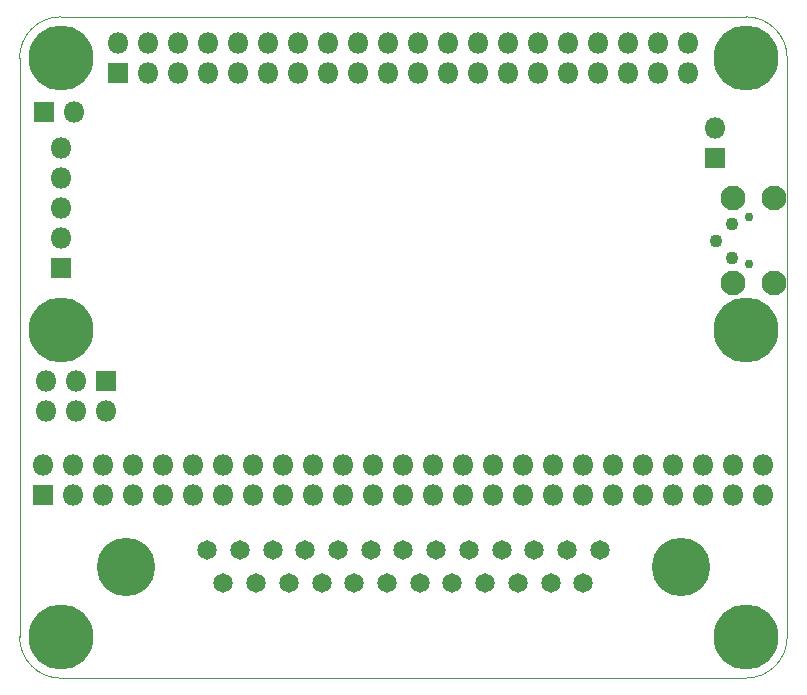
<source format=gbr>
%TF.GenerationSoftware,KiCad,Pcbnew,(5.1.4)-1*%
%TF.CreationDate,2020-09-15T17:58:07-05:00*%
%TF.ProjectId,rascsi_2p3,72617363-7369-45f3-9270-332e6b696361,rev?*%
%TF.SameCoordinates,PX59d60c0PY325aa00*%
%TF.FileFunction,Soldermask,Bot*%
%TF.FilePolarity,Negative*%
%FSLAX46Y46*%
G04 Gerber Fmt 4.6, Leading zero omitted, Abs format (unit mm)*
G04 Created by KiCad (PCBNEW (5.1.4)-1) date 2020-09-15 17:58:07*
%MOMM*%
%LPD*%
G04 APERTURE LIST*
%ADD10C,0.050000*%
%ADD11C,1.100000*%
%ADD12C,0.750000*%
%ADD13C,2.100000*%
%ADD14C,4.945000*%
%ADD15C,1.645000*%
%ADD16O,1.800000X1.800000*%
%ADD17R,1.800000X1.800000*%
%ADD18C,0.900000*%
%ADD19C,5.500000*%
G04 APERTURE END LIST*
D10*
X83800000Y-45696000D02*
X141800000Y-45696000D01*
X83800000Y-45696000D02*
G75*
G02X80300000Y-42196000I0J3500000D01*
G01*
X145300000Y-42196000D02*
G75*
G02X141800000Y-45696000I-3500000J0D01*
G01*
X80300000Y6800000D02*
X80300000Y-42196000D01*
X145300000Y6800000D02*
X145300000Y-42196000D01*
X83800000Y10300000D02*
X141800000Y10300000D01*
X80300000Y6800000D02*
G75*
G02X83800000Y10300000I3500000J0D01*
G01*
X141800000Y10300000D02*
G75*
G02X145300000Y6800000I0J-3500000D01*
G01*
D11*
%TO.C,TP1*%
X140650000Y-7250000D03*
%TD*%
%TO.C,TP2*%
X139260000Y-8660000D03*
%TD*%
%TO.C,TP3*%
X140650000Y-10110000D03*
%TD*%
D12*
%TO.C,J8*%
X142025000Y-6660000D03*
X142025000Y-10660000D03*
D13*
X140705000Y-12235000D03*
X140705000Y-5085000D03*
X144155000Y-5085000D03*
X144155000Y-12235000D03*
%TD*%
D14*
%TO.C,J6*%
X89281600Y-36250000D03*
X136321600Y-36250000D03*
D15*
X97566600Y-37670000D03*
X100336600Y-37670000D03*
X103106600Y-37670000D03*
X105876600Y-37670000D03*
X108646600Y-37670000D03*
X111416600Y-37670000D03*
X114186600Y-37670000D03*
X116956600Y-37670000D03*
X119726600Y-37670000D03*
X122496600Y-37670000D03*
X125266600Y-37670000D03*
X128036600Y-37670000D03*
X96181600Y-34830000D03*
X98951600Y-34830000D03*
X101721600Y-34830000D03*
X104491600Y-34830000D03*
X107261600Y-34830000D03*
X110031600Y-34830000D03*
X112801600Y-34830000D03*
X115571600Y-34830000D03*
X118341600Y-34830000D03*
X121111600Y-34830000D03*
X123881600Y-34830000D03*
X126651600Y-34830000D03*
X129421600Y-34830000D03*
%TD*%
D16*
%TO.C,J2*%
X139226000Y857000D03*
D17*
X139226000Y-1683000D03*
%TD*%
D16*
%TO.C,J7*%
X84920000Y2280000D03*
D17*
X82380000Y2280000D03*
%TD*%
D16*
%TO.C,J5*%
X82560000Y-23110000D03*
X82560000Y-20570000D03*
X85100000Y-23110000D03*
X85100000Y-20570000D03*
X87640000Y-23110000D03*
D17*
X87640000Y-20570000D03*
%TD*%
D16*
%TO.C,J3*%
X143226500Y-27654500D03*
X143226500Y-30194500D03*
X140686500Y-27654500D03*
X140686500Y-30194500D03*
X138146500Y-27654500D03*
X138146500Y-30194500D03*
X135606500Y-27654500D03*
X135606500Y-30194500D03*
X133066500Y-27654500D03*
X133066500Y-30194500D03*
X130526500Y-27654500D03*
X130526500Y-30194500D03*
X127986500Y-27654500D03*
X127986500Y-30194500D03*
X125446500Y-27654500D03*
X125446500Y-30194500D03*
X122906500Y-27654500D03*
X122906500Y-30194500D03*
X120366500Y-27654500D03*
X120366500Y-30194500D03*
X117826500Y-27654500D03*
X117826500Y-30194500D03*
X115286500Y-27654500D03*
X115286500Y-30194500D03*
X112746500Y-27654500D03*
X112746500Y-30194500D03*
X110206500Y-27654500D03*
X110206500Y-30194500D03*
X107666500Y-27654500D03*
X107666500Y-30194500D03*
X105126500Y-27654500D03*
X105126500Y-30194500D03*
X102586500Y-27654500D03*
X102586500Y-30194500D03*
X100046500Y-27654500D03*
X100046500Y-30194500D03*
X97506500Y-27654500D03*
X97506500Y-30194500D03*
X94966500Y-27654500D03*
X94966500Y-30194500D03*
X92426500Y-27654500D03*
X92426500Y-30194500D03*
X89886500Y-27654500D03*
X89886500Y-30194500D03*
X87346500Y-27654500D03*
X87346500Y-30194500D03*
X84806500Y-27654500D03*
X84806500Y-30194500D03*
X82266500Y-27654500D03*
D17*
X82266500Y-30194500D03*
%TD*%
D16*
%TO.C,J1*%
X136930000Y8070000D03*
X136930000Y5530000D03*
X134390000Y8070000D03*
X134390000Y5530000D03*
X131850000Y8070000D03*
X131850000Y5530000D03*
X129310000Y8070000D03*
X129310000Y5530000D03*
X126770000Y8070000D03*
X126770000Y5530000D03*
X124230000Y8070000D03*
X124230000Y5530000D03*
X121690000Y8070000D03*
X121690000Y5530000D03*
X119150000Y8070000D03*
X119150000Y5530000D03*
X116610000Y8070000D03*
X116610000Y5530000D03*
X114070000Y8070000D03*
X114070000Y5530000D03*
X111530000Y8070000D03*
X111530000Y5530000D03*
X108990000Y8070000D03*
X108990000Y5530000D03*
X106450000Y8070000D03*
X106450000Y5530000D03*
X103910000Y8070000D03*
X103910000Y5530000D03*
X101370000Y8070000D03*
X101370000Y5530000D03*
X98830000Y8070000D03*
X98830000Y5530000D03*
X96290000Y8070000D03*
X96290000Y5530000D03*
X93750000Y8070000D03*
X93750000Y5530000D03*
X91210000Y8070000D03*
X91210000Y5530000D03*
X88670000Y8070000D03*
D17*
X88670000Y5530000D03*
%TD*%
D18*
%TO.C,H2*%
X143231891Y8231891D03*
X141800000Y8825000D03*
X140368109Y8231891D03*
X139775000Y6800000D03*
X140368109Y5368109D03*
X141800000Y4775000D03*
X143231891Y5368109D03*
X143825000Y6800000D03*
D19*
X141800000Y6800000D03*
%TD*%
D18*
%TO.C,H1*%
X85231891Y8231891D03*
X83800000Y8825000D03*
X82368109Y8231891D03*
X81775000Y6800000D03*
X82368109Y5368109D03*
X83800000Y4775000D03*
X85231891Y5368109D03*
X85825000Y6800000D03*
D19*
X83800000Y6800000D03*
%TD*%
D16*
%TO.C,J4*%
X83810000Y-820000D03*
X83810000Y-3360000D03*
X83810000Y-5900000D03*
X83810000Y-8440000D03*
D17*
X83810000Y-10980000D03*
%TD*%
D18*
%TO.C,H6*%
X143231891Y-40768109D03*
X141800000Y-40175000D03*
X140368109Y-40768109D03*
X139775000Y-42200000D03*
X140368109Y-43631891D03*
X141800000Y-44225000D03*
X143231891Y-43631891D03*
X143825000Y-42200000D03*
D19*
X141800000Y-42200000D03*
%TD*%
D18*
%TO.C,H5*%
X85231891Y-40768109D03*
X83800000Y-40175000D03*
X82368109Y-40768109D03*
X81775000Y-42200000D03*
X82368109Y-43631891D03*
X83800000Y-44225000D03*
X85231891Y-43631891D03*
X85825000Y-42200000D03*
D19*
X83800000Y-42200000D03*
%TD*%
D18*
%TO.C,H4*%
X143231891Y-14768109D03*
X141800000Y-14175000D03*
X140368109Y-14768109D03*
X139775000Y-16200000D03*
X140368109Y-17631891D03*
X141800000Y-18225000D03*
X143231891Y-17631891D03*
X143825000Y-16200000D03*
D19*
X141800000Y-16200000D03*
%TD*%
D18*
%TO.C,H3*%
X85231891Y-14768109D03*
X83800000Y-14175000D03*
X82368109Y-14768109D03*
X81775000Y-16200000D03*
X82368109Y-17631891D03*
X83800000Y-18225000D03*
X85231891Y-17631891D03*
X85825000Y-16200000D03*
D19*
X83800000Y-16200000D03*
%TD*%
M02*

</source>
